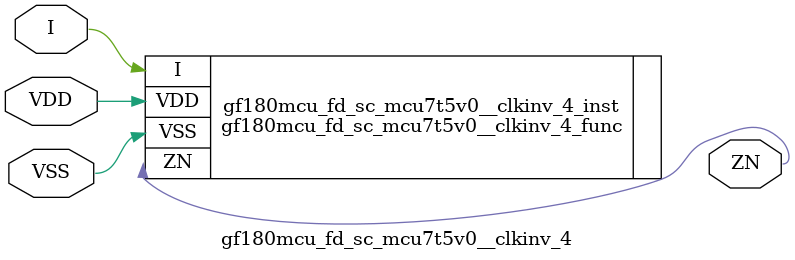
<source format=v>

module gf180mcu_fd_sc_mcu7t5v0__clkinv_4( I, ZN, VDD, VSS );
input I;
inout VDD, VSS;
output ZN;

   `ifdef FUNCTIONAL  //  functional //

	gf180mcu_fd_sc_mcu7t5v0__clkinv_4_func gf180mcu_fd_sc_mcu7t5v0__clkinv_4_behav_inst(.I(I),.ZN(ZN),.VDD(VDD),.VSS(VSS));

   `else

	gf180mcu_fd_sc_mcu7t5v0__clkinv_4_func gf180mcu_fd_sc_mcu7t5v0__clkinv_4_inst(.I(I),.ZN(ZN),.VDD(VDD),.VSS(VSS));

	// spec_gates_begin


	// spec_gates_end



   specify

	// specify_block_begin

	// comb arc I --> ZN
	 (I => ZN) = (1.0,1.0);

	// specify_block_end

   endspecify

   `endif

endmodule

</source>
